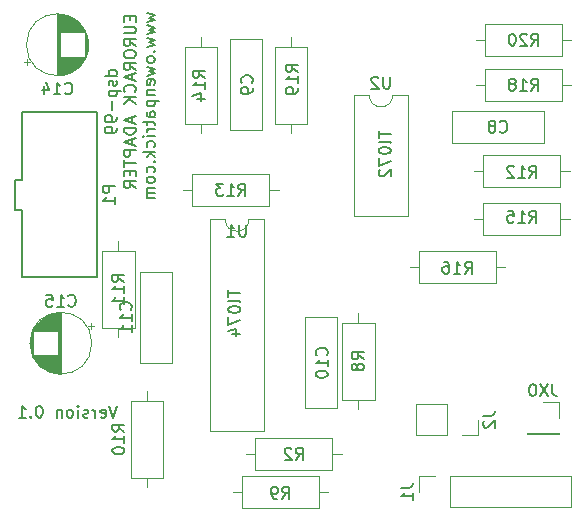
<source format=gbr>
%TF.GenerationSoftware,KiCad,Pcbnew,(6.0.8)*%
%TF.CreationDate,2022-12-02T09:59:36+00:00*%
%TF.ProjectId,DSP 1.0,44535020-312e-4302-9e6b-696361645f70,rev?*%
%TF.SameCoordinates,Original*%
%TF.FileFunction,Legend,Bot*%
%TF.FilePolarity,Positive*%
%FSLAX46Y46*%
G04 Gerber Fmt 4.6, Leading zero omitted, Abs format (unit mm)*
G04 Created by KiCad (PCBNEW (6.0.8)) date 2022-12-02 09:59:36*
%MOMM*%
%LPD*%
G01*
G04 APERTURE LIST*
%ADD10C,0.150000*%
%ADD11C,0.120000*%
G04 APERTURE END LIST*
D10*
X108457476Y-81748380D02*
X108124142Y-82748380D01*
X107790809Y-81748380D01*
X107076523Y-82700761D02*
X107171761Y-82748380D01*
X107362238Y-82748380D01*
X107457476Y-82700761D01*
X107505095Y-82605523D01*
X107505095Y-82224571D01*
X107457476Y-82129333D01*
X107362238Y-82081714D01*
X107171761Y-82081714D01*
X107076523Y-82129333D01*
X107028904Y-82224571D01*
X107028904Y-82319809D01*
X107505095Y-82415047D01*
X106600333Y-82748380D02*
X106600333Y-82081714D01*
X106600333Y-82272190D02*
X106552714Y-82176952D01*
X106505095Y-82129333D01*
X106409857Y-82081714D01*
X106314619Y-82081714D01*
X106028904Y-82700761D02*
X105933666Y-82748380D01*
X105743190Y-82748380D01*
X105647952Y-82700761D01*
X105600333Y-82605523D01*
X105600333Y-82557904D01*
X105647952Y-82462666D01*
X105743190Y-82415047D01*
X105886047Y-82415047D01*
X105981285Y-82367428D01*
X106028904Y-82272190D01*
X106028904Y-82224571D01*
X105981285Y-82129333D01*
X105886047Y-82081714D01*
X105743190Y-82081714D01*
X105647952Y-82129333D01*
X105171761Y-82748380D02*
X105171761Y-82081714D01*
X105171761Y-81748380D02*
X105219380Y-81796000D01*
X105171761Y-81843619D01*
X105124142Y-81796000D01*
X105171761Y-81748380D01*
X105171761Y-81843619D01*
X104552714Y-82748380D02*
X104647952Y-82700761D01*
X104695571Y-82653142D01*
X104743190Y-82557904D01*
X104743190Y-82272190D01*
X104695571Y-82176952D01*
X104647952Y-82129333D01*
X104552714Y-82081714D01*
X104409857Y-82081714D01*
X104314619Y-82129333D01*
X104267000Y-82176952D01*
X104219380Y-82272190D01*
X104219380Y-82557904D01*
X104267000Y-82653142D01*
X104314619Y-82700761D01*
X104409857Y-82748380D01*
X104552714Y-82748380D01*
X103790809Y-82081714D02*
X103790809Y-82748380D01*
X103790809Y-82176952D02*
X103743190Y-82129333D01*
X103647952Y-82081714D01*
X103505095Y-82081714D01*
X103409857Y-82129333D01*
X103362238Y-82224571D01*
X103362238Y-82748380D01*
X101933666Y-81748380D02*
X101838428Y-81748380D01*
X101743190Y-81796000D01*
X101695571Y-81843619D01*
X101647952Y-81938857D01*
X101600333Y-82129333D01*
X101600333Y-82367428D01*
X101647952Y-82557904D01*
X101695571Y-82653142D01*
X101743190Y-82700761D01*
X101838428Y-82748380D01*
X101933666Y-82748380D01*
X102028904Y-82700761D01*
X102076523Y-82653142D01*
X102124142Y-82557904D01*
X102171761Y-82367428D01*
X102171761Y-82129333D01*
X102124142Y-81938857D01*
X102076523Y-81843619D01*
X102028904Y-81796000D01*
X101933666Y-81748380D01*
X101171761Y-82653142D02*
X101124142Y-82700761D01*
X101171761Y-82748380D01*
X101219380Y-82700761D01*
X101171761Y-82653142D01*
X101171761Y-82748380D01*
X100171761Y-82748380D02*
X100743190Y-82748380D01*
X100457476Y-82748380D02*
X100457476Y-81748380D01*
X100552714Y-81891238D01*
X100647952Y-81986476D01*
X100743190Y-82034095D01*
X108443380Y-53792761D02*
X107443380Y-53792761D01*
X108395761Y-53792761D02*
X108443380Y-53697523D01*
X108443380Y-53507047D01*
X108395761Y-53411809D01*
X108348142Y-53364190D01*
X108252904Y-53316571D01*
X107967190Y-53316571D01*
X107871952Y-53364190D01*
X107824333Y-53411809D01*
X107776714Y-53507047D01*
X107776714Y-53697523D01*
X107824333Y-53792761D01*
X108395761Y-54221333D02*
X108443380Y-54316571D01*
X108443380Y-54507047D01*
X108395761Y-54602285D01*
X108300523Y-54649904D01*
X108252904Y-54649904D01*
X108157666Y-54602285D01*
X108110047Y-54507047D01*
X108110047Y-54364190D01*
X108062428Y-54268952D01*
X107967190Y-54221333D01*
X107919571Y-54221333D01*
X107824333Y-54268952D01*
X107776714Y-54364190D01*
X107776714Y-54507047D01*
X107824333Y-54602285D01*
X107776714Y-55078476D02*
X108776714Y-55078476D01*
X107824333Y-55078476D02*
X107776714Y-55173714D01*
X107776714Y-55364190D01*
X107824333Y-55459428D01*
X107871952Y-55507047D01*
X107967190Y-55554666D01*
X108252904Y-55554666D01*
X108348142Y-55507047D01*
X108395761Y-55459428D01*
X108443380Y-55364190D01*
X108443380Y-55173714D01*
X108395761Y-55078476D01*
X108062428Y-55983238D02*
X108062428Y-56745142D01*
X108443380Y-57268952D02*
X108443380Y-57459428D01*
X108395761Y-57554666D01*
X108348142Y-57602285D01*
X108205285Y-57697523D01*
X108014809Y-57745142D01*
X107633857Y-57745142D01*
X107538619Y-57697523D01*
X107491000Y-57649904D01*
X107443380Y-57554666D01*
X107443380Y-57364190D01*
X107491000Y-57268952D01*
X107538619Y-57221333D01*
X107633857Y-57173714D01*
X107871952Y-57173714D01*
X107967190Y-57221333D01*
X108014809Y-57268952D01*
X108062428Y-57364190D01*
X108062428Y-57554666D01*
X108014809Y-57649904D01*
X107967190Y-57697523D01*
X107871952Y-57745142D01*
X108443380Y-58221333D02*
X108443380Y-58411809D01*
X108395761Y-58507047D01*
X108348142Y-58554666D01*
X108205285Y-58649904D01*
X108014809Y-58697523D01*
X107633857Y-58697523D01*
X107538619Y-58649904D01*
X107491000Y-58602285D01*
X107443380Y-58507047D01*
X107443380Y-58316571D01*
X107491000Y-58221333D01*
X107538619Y-58173714D01*
X107633857Y-58126095D01*
X107871952Y-58126095D01*
X107967190Y-58173714D01*
X108014809Y-58221333D01*
X108062428Y-58316571D01*
X108062428Y-58507047D01*
X108014809Y-58602285D01*
X107967190Y-58649904D01*
X107871952Y-58697523D01*
X109529571Y-48745142D02*
X109529571Y-49078476D01*
X110053380Y-49221333D02*
X110053380Y-48745142D01*
X109053380Y-48745142D01*
X109053380Y-49221333D01*
X109053380Y-49649904D02*
X109862904Y-49649904D01*
X109958142Y-49697523D01*
X110005761Y-49745142D01*
X110053380Y-49840380D01*
X110053380Y-50030857D01*
X110005761Y-50126095D01*
X109958142Y-50173714D01*
X109862904Y-50221333D01*
X109053380Y-50221333D01*
X110053380Y-51268952D02*
X109577190Y-50935619D01*
X110053380Y-50697523D02*
X109053380Y-50697523D01*
X109053380Y-51078476D01*
X109101000Y-51173714D01*
X109148619Y-51221333D01*
X109243857Y-51268952D01*
X109386714Y-51268952D01*
X109481952Y-51221333D01*
X109529571Y-51173714D01*
X109577190Y-51078476D01*
X109577190Y-50697523D01*
X109053380Y-51888000D02*
X109053380Y-52078476D01*
X109101000Y-52173714D01*
X109196238Y-52268952D01*
X109386714Y-52316571D01*
X109720047Y-52316571D01*
X109910523Y-52268952D01*
X110005761Y-52173714D01*
X110053380Y-52078476D01*
X110053380Y-51888000D01*
X110005761Y-51792761D01*
X109910523Y-51697523D01*
X109720047Y-51649904D01*
X109386714Y-51649904D01*
X109196238Y-51697523D01*
X109101000Y-51792761D01*
X109053380Y-51888000D01*
X110053380Y-53316571D02*
X109577190Y-52983238D01*
X110053380Y-52745142D02*
X109053380Y-52745142D01*
X109053380Y-53126095D01*
X109101000Y-53221333D01*
X109148619Y-53268952D01*
X109243857Y-53316571D01*
X109386714Y-53316571D01*
X109481952Y-53268952D01*
X109529571Y-53221333D01*
X109577190Y-53126095D01*
X109577190Y-52745142D01*
X109767666Y-53697523D02*
X109767666Y-54173714D01*
X110053380Y-53602285D02*
X109053380Y-53935619D01*
X110053380Y-54268952D01*
X109958142Y-55173714D02*
X110005761Y-55126095D01*
X110053380Y-54983238D01*
X110053380Y-54888000D01*
X110005761Y-54745142D01*
X109910523Y-54649904D01*
X109815285Y-54602285D01*
X109624809Y-54554666D01*
X109481952Y-54554666D01*
X109291476Y-54602285D01*
X109196238Y-54649904D01*
X109101000Y-54745142D01*
X109053380Y-54888000D01*
X109053380Y-54983238D01*
X109101000Y-55126095D01*
X109148619Y-55173714D01*
X110053380Y-55602285D02*
X109053380Y-55602285D01*
X110053380Y-56173714D02*
X109481952Y-55745142D01*
X109053380Y-56173714D02*
X109624809Y-55602285D01*
X109767666Y-57316571D02*
X109767666Y-57792761D01*
X110053380Y-57221333D02*
X109053380Y-57554666D01*
X110053380Y-57888000D01*
X110053380Y-58221333D02*
X109053380Y-58221333D01*
X109053380Y-58459428D01*
X109101000Y-58602285D01*
X109196238Y-58697523D01*
X109291476Y-58745142D01*
X109481952Y-58792761D01*
X109624809Y-58792761D01*
X109815285Y-58745142D01*
X109910523Y-58697523D01*
X110005761Y-58602285D01*
X110053380Y-58459428D01*
X110053380Y-58221333D01*
X109767666Y-59173714D02*
X109767666Y-59649904D01*
X110053380Y-59078476D02*
X109053380Y-59411809D01*
X110053380Y-59745142D01*
X110053380Y-60078476D02*
X109053380Y-60078476D01*
X109053380Y-60459428D01*
X109101000Y-60554666D01*
X109148619Y-60602285D01*
X109243857Y-60649904D01*
X109386714Y-60649904D01*
X109481952Y-60602285D01*
X109529571Y-60554666D01*
X109577190Y-60459428D01*
X109577190Y-60078476D01*
X109053380Y-60935619D02*
X109053380Y-61507047D01*
X110053380Y-61221333D02*
X109053380Y-61221333D01*
X109529571Y-61840380D02*
X109529571Y-62173714D01*
X110053380Y-62316571D02*
X110053380Y-61840380D01*
X109053380Y-61840380D01*
X109053380Y-62316571D01*
X110053380Y-63316571D02*
X109577190Y-62983238D01*
X110053380Y-62745142D02*
X109053380Y-62745142D01*
X109053380Y-63126095D01*
X109101000Y-63221333D01*
X109148619Y-63268952D01*
X109243857Y-63316571D01*
X109386714Y-63316571D01*
X109481952Y-63268952D01*
X109529571Y-63221333D01*
X109577190Y-63126095D01*
X109577190Y-62745142D01*
X110996714Y-48507047D02*
X111663380Y-48697523D01*
X111187190Y-48888000D01*
X111663380Y-49078476D01*
X110996714Y-49268952D01*
X110996714Y-49554666D02*
X111663380Y-49745142D01*
X111187190Y-49935619D01*
X111663380Y-50126095D01*
X110996714Y-50316571D01*
X110996714Y-50602285D02*
X111663380Y-50792761D01*
X111187190Y-50983238D01*
X111663380Y-51173714D01*
X110996714Y-51364190D01*
X111568142Y-51745142D02*
X111615761Y-51792761D01*
X111663380Y-51745142D01*
X111615761Y-51697523D01*
X111568142Y-51745142D01*
X111663380Y-51745142D01*
X111663380Y-52364190D02*
X111615761Y-52268952D01*
X111568142Y-52221333D01*
X111472904Y-52173714D01*
X111187190Y-52173714D01*
X111091952Y-52221333D01*
X111044333Y-52268952D01*
X110996714Y-52364190D01*
X110996714Y-52507047D01*
X111044333Y-52602285D01*
X111091952Y-52649904D01*
X111187190Y-52697523D01*
X111472904Y-52697523D01*
X111568142Y-52649904D01*
X111615761Y-52602285D01*
X111663380Y-52507047D01*
X111663380Y-52364190D01*
X110996714Y-53030857D02*
X111663380Y-53221333D01*
X111187190Y-53411809D01*
X111663380Y-53602285D01*
X110996714Y-53792761D01*
X111615761Y-54554666D02*
X111663380Y-54459428D01*
X111663380Y-54268952D01*
X111615761Y-54173714D01*
X111520523Y-54126095D01*
X111139571Y-54126095D01*
X111044333Y-54173714D01*
X110996714Y-54268952D01*
X110996714Y-54459428D01*
X111044333Y-54554666D01*
X111139571Y-54602285D01*
X111234809Y-54602285D01*
X111330047Y-54126095D01*
X110996714Y-55030857D02*
X111663380Y-55030857D01*
X111091952Y-55030857D02*
X111044333Y-55078476D01*
X110996714Y-55173714D01*
X110996714Y-55316571D01*
X111044333Y-55411809D01*
X111139571Y-55459428D01*
X111663380Y-55459428D01*
X110996714Y-55935619D02*
X111996714Y-55935619D01*
X111044333Y-55935619D02*
X110996714Y-56030857D01*
X110996714Y-56221333D01*
X111044333Y-56316571D01*
X111091952Y-56364190D01*
X111187190Y-56411809D01*
X111472904Y-56411809D01*
X111568142Y-56364190D01*
X111615761Y-56316571D01*
X111663380Y-56221333D01*
X111663380Y-56030857D01*
X111615761Y-55935619D01*
X111663380Y-57268952D02*
X111139571Y-57268952D01*
X111044333Y-57221333D01*
X110996714Y-57126095D01*
X110996714Y-56935619D01*
X111044333Y-56840380D01*
X111615761Y-57268952D02*
X111663380Y-57173714D01*
X111663380Y-56935619D01*
X111615761Y-56840380D01*
X111520523Y-56792761D01*
X111425285Y-56792761D01*
X111330047Y-56840380D01*
X111282428Y-56935619D01*
X111282428Y-57173714D01*
X111234809Y-57268952D01*
X110996714Y-57602285D02*
X110996714Y-57983238D01*
X110663380Y-57745142D02*
X111520523Y-57745142D01*
X111615761Y-57792761D01*
X111663380Y-57888000D01*
X111663380Y-57983238D01*
X111663380Y-58316571D02*
X110996714Y-58316571D01*
X111187190Y-58316571D02*
X111091952Y-58364190D01*
X111044333Y-58411809D01*
X110996714Y-58507047D01*
X110996714Y-58602285D01*
X111663380Y-58935619D02*
X110996714Y-58935619D01*
X110663380Y-58935619D02*
X110711000Y-58888000D01*
X110758619Y-58935619D01*
X110711000Y-58983238D01*
X110663380Y-58935619D01*
X110758619Y-58935619D01*
X111615761Y-59840380D02*
X111663380Y-59745142D01*
X111663380Y-59554666D01*
X111615761Y-59459428D01*
X111568142Y-59411809D01*
X111472904Y-59364190D01*
X111187190Y-59364190D01*
X111091952Y-59411809D01*
X111044333Y-59459428D01*
X110996714Y-59554666D01*
X110996714Y-59745142D01*
X111044333Y-59840380D01*
X111663380Y-60268952D02*
X110663380Y-60268952D01*
X111282428Y-60364190D02*
X111663380Y-60649904D01*
X110996714Y-60649904D02*
X111377666Y-60268952D01*
X111568142Y-61078476D02*
X111615761Y-61126095D01*
X111663380Y-61078476D01*
X111615761Y-61030857D01*
X111568142Y-61078476D01*
X111663380Y-61078476D01*
X111615761Y-61983238D02*
X111663380Y-61888000D01*
X111663380Y-61697523D01*
X111615761Y-61602285D01*
X111568142Y-61554666D01*
X111472904Y-61507047D01*
X111187190Y-61507047D01*
X111091952Y-61554666D01*
X111044333Y-61602285D01*
X110996714Y-61697523D01*
X110996714Y-61888000D01*
X111044333Y-61983238D01*
X111663380Y-62554666D02*
X111615761Y-62459428D01*
X111568142Y-62411809D01*
X111472904Y-62364190D01*
X111187190Y-62364190D01*
X111091952Y-62411809D01*
X111044333Y-62459428D01*
X110996714Y-62554666D01*
X110996714Y-62697523D01*
X111044333Y-62792761D01*
X111091952Y-62840380D01*
X111187190Y-62888000D01*
X111472904Y-62888000D01*
X111568142Y-62840380D01*
X111615761Y-62792761D01*
X111663380Y-62697523D01*
X111663380Y-62554666D01*
X111663380Y-63316571D02*
X110996714Y-63316571D01*
X111091952Y-63316571D02*
X111044333Y-63364190D01*
X110996714Y-63459428D01*
X110996714Y-63602285D01*
X111044333Y-63697523D01*
X111139571Y-63745142D01*
X111663380Y-63745142D01*
X111139571Y-63745142D02*
X111044333Y-63792761D01*
X110996714Y-63888000D01*
X110996714Y-64030857D01*
X111044333Y-64126095D01*
X111139571Y-64173714D01*
X111663380Y-64173714D01*
X130643380Y-58475809D02*
X130643380Y-59047238D01*
X131643380Y-58761523D02*
X130643380Y-58761523D01*
X131643380Y-59523428D02*
X131595761Y-59428190D01*
X131500523Y-59380571D01*
X130643380Y-59380571D01*
X130643380Y-60094857D02*
X130643380Y-60190095D01*
X130691000Y-60285333D01*
X130738619Y-60332952D01*
X130833857Y-60380571D01*
X131024333Y-60428190D01*
X131262428Y-60428190D01*
X131452904Y-60380571D01*
X131548142Y-60332952D01*
X131595761Y-60285333D01*
X131643380Y-60190095D01*
X131643380Y-60094857D01*
X131595761Y-59999619D01*
X131548142Y-59952000D01*
X131452904Y-59904380D01*
X131262428Y-59856761D01*
X131024333Y-59856761D01*
X130833857Y-59904380D01*
X130738619Y-59952000D01*
X130691000Y-59999619D01*
X130643380Y-60094857D01*
X130643380Y-60761523D02*
X130643380Y-61428190D01*
X131643380Y-60999619D01*
X130738619Y-61761523D02*
X130691000Y-61809142D01*
X130643380Y-61904380D01*
X130643380Y-62142476D01*
X130691000Y-62237714D01*
X130738619Y-62285333D01*
X130833857Y-62332952D01*
X130929095Y-62332952D01*
X131071952Y-62285333D01*
X131643380Y-61713904D01*
X131643380Y-62332952D01*
X117900380Y-71937809D02*
X117900380Y-72509238D01*
X118900380Y-72223523D02*
X117900380Y-72223523D01*
X118900380Y-72985428D02*
X118852761Y-72890190D01*
X118757523Y-72842571D01*
X117900380Y-72842571D01*
X117900380Y-73556857D02*
X117900380Y-73652095D01*
X117948000Y-73747333D01*
X117995619Y-73794952D01*
X118090857Y-73842571D01*
X118281333Y-73890190D01*
X118519428Y-73890190D01*
X118709904Y-73842571D01*
X118805142Y-73794952D01*
X118852761Y-73747333D01*
X118900380Y-73652095D01*
X118900380Y-73556857D01*
X118852761Y-73461619D01*
X118805142Y-73414000D01*
X118709904Y-73366380D01*
X118519428Y-73318761D01*
X118281333Y-73318761D01*
X118090857Y-73366380D01*
X117995619Y-73414000D01*
X117948000Y-73461619D01*
X117900380Y-73556857D01*
X117900380Y-74223523D02*
X117900380Y-74890190D01*
X118900380Y-74461619D01*
X118233714Y-75699714D02*
X118900380Y-75699714D01*
X117852761Y-75461619D02*
X118567047Y-75223523D01*
X118567047Y-75842571D01*
%TO.C,C15*%
X104356970Y-73255142D02*
X104404589Y-73302761D01*
X104547446Y-73350380D01*
X104642684Y-73350380D01*
X104785541Y-73302761D01*
X104880779Y-73207523D01*
X104928398Y-73112285D01*
X104976017Y-72921809D01*
X104976017Y-72778952D01*
X104928398Y-72588476D01*
X104880779Y-72493238D01*
X104785541Y-72398000D01*
X104642684Y-72350380D01*
X104547446Y-72350380D01*
X104404589Y-72398000D01*
X104356970Y-72445619D01*
X103404589Y-73350380D02*
X103976017Y-73350380D01*
X103690303Y-73350380D02*
X103690303Y-72350380D01*
X103785541Y-72493238D01*
X103880779Y-72588476D01*
X103976017Y-72636095D01*
X102499827Y-72350380D02*
X102976017Y-72350380D01*
X103023636Y-72826571D01*
X102976017Y-72778952D01*
X102880779Y-72731333D01*
X102642684Y-72731333D01*
X102547446Y-72778952D01*
X102499827Y-72826571D01*
X102452208Y-72921809D01*
X102452208Y-73159904D01*
X102499827Y-73255142D01*
X102547446Y-73302761D01*
X102642684Y-73350380D01*
X102880779Y-73350380D01*
X102976017Y-73302761D01*
X103023636Y-73255142D01*
%TO.C,C9*%
X119864142Y-54403333D02*
X119911761Y-54355714D01*
X119959380Y-54212857D01*
X119959380Y-54117619D01*
X119911761Y-53974761D01*
X119816523Y-53879523D01*
X119721285Y-53831904D01*
X119530809Y-53784285D01*
X119387952Y-53784285D01*
X119197476Y-53831904D01*
X119102238Y-53879523D01*
X119007000Y-53974761D01*
X118959380Y-54117619D01*
X118959380Y-54212857D01*
X119007000Y-54355714D01*
X119054619Y-54403333D01*
X119959380Y-54879523D02*
X119959380Y-55070000D01*
X119911761Y-55165238D01*
X119864142Y-55212857D01*
X119721285Y-55308095D01*
X119530809Y-55355714D01*
X119149857Y-55355714D01*
X119054619Y-55308095D01*
X119007000Y-55260476D01*
X118959380Y-55165238D01*
X118959380Y-54974761D01*
X119007000Y-54879523D01*
X119054619Y-54831904D01*
X119149857Y-54784285D01*
X119387952Y-54784285D01*
X119483190Y-54831904D01*
X119530809Y-54879523D01*
X119578428Y-54974761D01*
X119578428Y-55165238D01*
X119530809Y-55260476D01*
X119483190Y-55308095D01*
X119387952Y-55355714D01*
%TO.C,C10*%
X126214142Y-77462142D02*
X126261761Y-77414523D01*
X126309380Y-77271666D01*
X126309380Y-77176428D01*
X126261761Y-77033571D01*
X126166523Y-76938333D01*
X126071285Y-76890714D01*
X125880809Y-76843095D01*
X125737952Y-76843095D01*
X125547476Y-76890714D01*
X125452238Y-76938333D01*
X125357000Y-77033571D01*
X125309380Y-77176428D01*
X125309380Y-77271666D01*
X125357000Y-77414523D01*
X125404619Y-77462142D01*
X126309380Y-78414523D02*
X126309380Y-77843095D01*
X126309380Y-78128809D02*
X125309380Y-78128809D01*
X125452238Y-78033571D01*
X125547476Y-77938333D01*
X125595095Y-77843095D01*
X125309380Y-79033571D02*
X125309380Y-79128809D01*
X125357000Y-79224047D01*
X125404619Y-79271666D01*
X125499857Y-79319285D01*
X125690333Y-79366904D01*
X125928428Y-79366904D01*
X126118904Y-79319285D01*
X126214142Y-79271666D01*
X126261761Y-79224047D01*
X126309380Y-79128809D01*
X126309380Y-79033571D01*
X126261761Y-78938333D01*
X126214142Y-78890714D01*
X126118904Y-78843095D01*
X125928428Y-78795476D01*
X125690333Y-78795476D01*
X125499857Y-78843095D01*
X125404619Y-78890714D01*
X125357000Y-78938333D01*
X125309380Y-79033571D01*
%TO.C,R18*%
X143551357Y-55062380D02*
X143884690Y-54586190D01*
X144122785Y-55062380D02*
X144122785Y-54062380D01*
X143741833Y-54062380D01*
X143646595Y-54110000D01*
X143598976Y-54157619D01*
X143551357Y-54252857D01*
X143551357Y-54395714D01*
X143598976Y-54490952D01*
X143646595Y-54538571D01*
X143741833Y-54586190D01*
X144122785Y-54586190D01*
X142598976Y-55062380D02*
X143170404Y-55062380D01*
X142884690Y-55062380D02*
X142884690Y-54062380D01*
X142979928Y-54205238D01*
X143075166Y-54300476D01*
X143170404Y-54348095D01*
X142027547Y-54490952D02*
X142122785Y-54443333D01*
X142170404Y-54395714D01*
X142218023Y-54300476D01*
X142218023Y-54252857D01*
X142170404Y-54157619D01*
X142122785Y-54110000D01*
X142027547Y-54062380D01*
X141837071Y-54062380D01*
X141741833Y-54110000D01*
X141694214Y-54157619D01*
X141646595Y-54252857D01*
X141646595Y-54300476D01*
X141694214Y-54395714D01*
X141741833Y-54443333D01*
X141837071Y-54490952D01*
X142027547Y-54490952D01*
X142122785Y-54538571D01*
X142170404Y-54586190D01*
X142218023Y-54681428D01*
X142218023Y-54871904D01*
X142170404Y-54967142D01*
X142122785Y-55014761D01*
X142027547Y-55062380D01*
X141837071Y-55062380D01*
X141741833Y-55014761D01*
X141694214Y-54967142D01*
X141646595Y-54871904D01*
X141646595Y-54681428D01*
X141694214Y-54586190D01*
X141741833Y-54538571D01*
X141837071Y-54490952D01*
%TO.C,R10*%
X109080380Y-83939142D02*
X108604190Y-83605809D01*
X109080380Y-83367714D02*
X108080380Y-83367714D01*
X108080380Y-83748666D01*
X108128000Y-83843904D01*
X108175619Y-83891523D01*
X108270857Y-83939142D01*
X108413714Y-83939142D01*
X108508952Y-83891523D01*
X108556571Y-83843904D01*
X108604190Y-83748666D01*
X108604190Y-83367714D01*
X109080380Y-84891523D02*
X109080380Y-84320095D01*
X109080380Y-84605809D02*
X108080380Y-84605809D01*
X108223238Y-84510571D01*
X108318476Y-84415333D01*
X108366095Y-84320095D01*
X108080380Y-85510571D02*
X108080380Y-85605809D01*
X108128000Y-85701047D01*
X108175619Y-85748666D01*
X108270857Y-85796285D01*
X108461333Y-85843904D01*
X108699428Y-85843904D01*
X108889904Y-85796285D01*
X108985142Y-85748666D01*
X109032761Y-85701047D01*
X109080380Y-85605809D01*
X109080380Y-85510571D01*
X109032761Y-85415333D01*
X108985142Y-85367714D01*
X108889904Y-85320095D01*
X108699428Y-85272476D01*
X108461333Y-85272476D01*
X108270857Y-85320095D01*
X108175619Y-85367714D01*
X108128000Y-85415333D01*
X108080380Y-85510571D01*
%TO.C,R9*%
X122467666Y-89606380D02*
X122801000Y-89130190D01*
X123039095Y-89606380D02*
X123039095Y-88606380D01*
X122658142Y-88606380D01*
X122562904Y-88654000D01*
X122515285Y-88701619D01*
X122467666Y-88796857D01*
X122467666Y-88939714D01*
X122515285Y-89034952D01*
X122562904Y-89082571D01*
X122658142Y-89130190D01*
X123039095Y-89130190D01*
X121991476Y-89606380D02*
X121801000Y-89606380D01*
X121705761Y-89558761D01*
X121658142Y-89511142D01*
X121562904Y-89368285D01*
X121515285Y-89177809D01*
X121515285Y-88796857D01*
X121562904Y-88701619D01*
X121610523Y-88654000D01*
X121705761Y-88606380D01*
X121896238Y-88606380D01*
X121991476Y-88654000D01*
X122039095Y-88701619D01*
X122086714Y-88796857D01*
X122086714Y-89034952D01*
X122039095Y-89130190D01*
X121991476Y-89177809D01*
X121896238Y-89225428D01*
X121705761Y-89225428D01*
X121610523Y-89177809D01*
X121562904Y-89130190D01*
X121515285Y-89034952D01*
%TO.C,R14*%
X115895380Y-53967142D02*
X115419190Y-53633809D01*
X115895380Y-53395714D02*
X114895380Y-53395714D01*
X114895380Y-53776666D01*
X114943000Y-53871904D01*
X114990619Y-53919523D01*
X115085857Y-53967142D01*
X115228714Y-53967142D01*
X115323952Y-53919523D01*
X115371571Y-53871904D01*
X115419190Y-53776666D01*
X115419190Y-53395714D01*
X115895380Y-54919523D02*
X115895380Y-54348095D01*
X115895380Y-54633809D02*
X114895380Y-54633809D01*
X115038238Y-54538571D01*
X115133476Y-54443333D01*
X115181095Y-54348095D01*
X115228714Y-55776666D02*
X115895380Y-55776666D01*
X114847761Y-55538571D02*
X115562047Y-55300476D01*
X115562047Y-55919523D01*
%TO.C,P1*%
X108275380Y-63142904D02*
X107275380Y-63142904D01*
X107275380Y-63523857D01*
X107323000Y-63619095D01*
X107370619Y-63666714D01*
X107465857Y-63714333D01*
X107608714Y-63714333D01*
X107703952Y-63666714D01*
X107751571Y-63619095D01*
X107799190Y-63523857D01*
X107799190Y-63142904D01*
X108275380Y-64666714D02*
X108275380Y-64095285D01*
X108275380Y-64381000D02*
X107275380Y-64381000D01*
X107418238Y-64285761D01*
X107513476Y-64190523D01*
X107561095Y-64095285D01*
%TO.C,R20*%
X143551357Y-51252380D02*
X143884690Y-50776190D01*
X144122785Y-51252380D02*
X144122785Y-50252380D01*
X143741833Y-50252380D01*
X143646595Y-50300000D01*
X143598976Y-50347619D01*
X143551357Y-50442857D01*
X143551357Y-50585714D01*
X143598976Y-50680952D01*
X143646595Y-50728571D01*
X143741833Y-50776190D01*
X144122785Y-50776190D01*
X143170404Y-50347619D02*
X143122785Y-50300000D01*
X143027547Y-50252380D01*
X142789452Y-50252380D01*
X142694214Y-50300000D01*
X142646595Y-50347619D01*
X142598976Y-50442857D01*
X142598976Y-50538095D01*
X142646595Y-50680952D01*
X143218023Y-51252380D01*
X142598976Y-51252380D01*
X141979928Y-50252380D02*
X141884690Y-50252380D01*
X141789452Y-50300000D01*
X141741833Y-50347619D01*
X141694214Y-50442857D01*
X141646595Y-50633333D01*
X141646595Y-50871428D01*
X141694214Y-51061904D01*
X141741833Y-51157142D01*
X141789452Y-51204761D01*
X141884690Y-51252380D01*
X141979928Y-51252380D01*
X142075166Y-51204761D01*
X142122785Y-51157142D01*
X142170404Y-51061904D01*
X142218023Y-50871428D01*
X142218023Y-50633333D01*
X142170404Y-50442857D01*
X142122785Y-50347619D01*
X142075166Y-50300000D01*
X141979928Y-50252380D01*
%TO.C,J2*%
X139455380Y-82597666D02*
X140169666Y-82597666D01*
X140312523Y-82550047D01*
X140407761Y-82454809D01*
X140455380Y-82311952D01*
X140455380Y-82216714D01*
X139550619Y-83026238D02*
X139503000Y-83073857D01*
X139455380Y-83169095D01*
X139455380Y-83407190D01*
X139503000Y-83502428D01*
X139550619Y-83550047D01*
X139645857Y-83597666D01*
X139741095Y-83597666D01*
X139883952Y-83550047D01*
X140455380Y-82978619D01*
X140455380Y-83597666D01*
%TO.C,C8*%
X140882666Y-58523142D02*
X140930285Y-58570761D01*
X141073142Y-58618380D01*
X141168380Y-58618380D01*
X141311238Y-58570761D01*
X141406476Y-58475523D01*
X141454095Y-58380285D01*
X141501714Y-58189809D01*
X141501714Y-58046952D01*
X141454095Y-57856476D01*
X141406476Y-57761238D01*
X141311238Y-57666000D01*
X141168380Y-57618380D01*
X141073142Y-57618380D01*
X140930285Y-57666000D01*
X140882666Y-57713619D01*
X140311238Y-58046952D02*
X140406476Y-57999333D01*
X140454095Y-57951714D01*
X140501714Y-57856476D01*
X140501714Y-57808857D01*
X140454095Y-57713619D01*
X140406476Y-57666000D01*
X140311238Y-57618380D01*
X140120761Y-57618380D01*
X140025523Y-57666000D01*
X139977904Y-57713619D01*
X139930285Y-57808857D01*
X139930285Y-57856476D01*
X139977904Y-57951714D01*
X140025523Y-57999333D01*
X140120761Y-58046952D01*
X140311238Y-58046952D01*
X140406476Y-58094571D01*
X140454095Y-58142190D01*
X140501714Y-58237428D01*
X140501714Y-58427904D01*
X140454095Y-58523142D01*
X140406476Y-58570761D01*
X140311238Y-58618380D01*
X140120761Y-58618380D01*
X140025523Y-58570761D01*
X139977904Y-58523142D01*
X139930285Y-58427904D01*
X139930285Y-58237428D01*
X139977904Y-58142190D01*
X140025523Y-58094571D01*
X140120761Y-58046952D01*
%TO.C,JX0*%
X145335523Y-79926380D02*
X145335523Y-80640666D01*
X145383142Y-80783523D01*
X145478380Y-80878761D01*
X145621238Y-80926380D01*
X145716476Y-80926380D01*
X144954571Y-79926380D02*
X144287904Y-80926380D01*
X144287904Y-79926380D02*
X144954571Y-80926380D01*
X143716476Y-79926380D02*
X143621238Y-79926380D01*
X143526000Y-79974000D01*
X143478380Y-80021619D01*
X143430761Y-80116857D01*
X143383142Y-80307333D01*
X143383142Y-80545428D01*
X143430761Y-80735904D01*
X143478380Y-80831142D01*
X143526000Y-80878761D01*
X143621238Y-80926380D01*
X143716476Y-80926380D01*
X143811714Y-80878761D01*
X143859333Y-80831142D01*
X143906952Y-80735904D01*
X143954571Y-80545428D01*
X143954571Y-80307333D01*
X143906952Y-80116857D01*
X143859333Y-80021619D01*
X143811714Y-79974000D01*
X143716476Y-79926380D01*
%TO.C,R8*%
X129357380Y-77811333D02*
X128881190Y-77478000D01*
X129357380Y-77239904D02*
X128357380Y-77239904D01*
X128357380Y-77620857D01*
X128405000Y-77716095D01*
X128452619Y-77763714D01*
X128547857Y-77811333D01*
X128690714Y-77811333D01*
X128785952Y-77763714D01*
X128833571Y-77716095D01*
X128881190Y-77620857D01*
X128881190Y-77239904D01*
X128785952Y-78382761D02*
X128738333Y-78287523D01*
X128690714Y-78239904D01*
X128595476Y-78192285D01*
X128547857Y-78192285D01*
X128452619Y-78239904D01*
X128405000Y-78287523D01*
X128357380Y-78382761D01*
X128357380Y-78573238D01*
X128405000Y-78668476D01*
X128452619Y-78716095D01*
X128547857Y-78763714D01*
X128595476Y-78763714D01*
X128690714Y-78716095D01*
X128738333Y-78668476D01*
X128785952Y-78573238D01*
X128785952Y-78382761D01*
X128833571Y-78287523D01*
X128881190Y-78239904D01*
X128976428Y-78192285D01*
X129166904Y-78192285D01*
X129262142Y-78239904D01*
X129309761Y-78287523D01*
X129357380Y-78382761D01*
X129357380Y-78573238D01*
X129309761Y-78668476D01*
X129262142Y-78716095D01*
X129166904Y-78763714D01*
X128976428Y-78763714D01*
X128881190Y-78716095D01*
X128833571Y-78668476D01*
X128785952Y-78573238D01*
%TO.C,R16*%
X137929857Y-70556380D02*
X138263190Y-70080190D01*
X138501285Y-70556380D02*
X138501285Y-69556380D01*
X138120333Y-69556380D01*
X138025095Y-69604000D01*
X137977476Y-69651619D01*
X137929857Y-69746857D01*
X137929857Y-69889714D01*
X137977476Y-69984952D01*
X138025095Y-70032571D01*
X138120333Y-70080190D01*
X138501285Y-70080190D01*
X136977476Y-70556380D02*
X137548904Y-70556380D01*
X137263190Y-70556380D02*
X137263190Y-69556380D01*
X137358428Y-69699238D01*
X137453666Y-69794476D01*
X137548904Y-69842095D01*
X136120333Y-69556380D02*
X136310809Y-69556380D01*
X136406047Y-69604000D01*
X136453666Y-69651619D01*
X136548904Y-69794476D01*
X136596523Y-69984952D01*
X136596523Y-70365904D01*
X136548904Y-70461142D01*
X136501285Y-70508761D01*
X136406047Y-70556380D01*
X136215571Y-70556380D01*
X136120333Y-70508761D01*
X136072714Y-70461142D01*
X136025095Y-70365904D01*
X136025095Y-70127809D01*
X136072714Y-70032571D01*
X136120333Y-69984952D01*
X136215571Y-69937333D01*
X136406047Y-69937333D01*
X136501285Y-69984952D01*
X136548904Y-70032571D01*
X136596523Y-70127809D01*
%TO.C,R12*%
X143390857Y-62428380D02*
X143724190Y-61952190D01*
X143962285Y-62428380D02*
X143962285Y-61428380D01*
X143581333Y-61428380D01*
X143486095Y-61476000D01*
X143438476Y-61523619D01*
X143390857Y-61618857D01*
X143390857Y-61761714D01*
X143438476Y-61856952D01*
X143486095Y-61904571D01*
X143581333Y-61952190D01*
X143962285Y-61952190D01*
X142438476Y-62428380D02*
X143009904Y-62428380D01*
X142724190Y-62428380D02*
X142724190Y-61428380D01*
X142819428Y-61571238D01*
X142914666Y-61666476D01*
X143009904Y-61714095D01*
X142057523Y-61523619D02*
X142009904Y-61476000D01*
X141914666Y-61428380D01*
X141676571Y-61428380D01*
X141581333Y-61476000D01*
X141533714Y-61523619D01*
X141486095Y-61618857D01*
X141486095Y-61714095D01*
X141533714Y-61856952D01*
X142105142Y-62428380D01*
X141486095Y-62428380D01*
%TO.C,C11*%
X109617142Y-73612142D02*
X109664761Y-73564523D01*
X109712380Y-73421666D01*
X109712380Y-73326428D01*
X109664761Y-73183571D01*
X109569523Y-73088333D01*
X109474285Y-73040714D01*
X109283809Y-72993095D01*
X109140952Y-72993095D01*
X108950476Y-73040714D01*
X108855238Y-73088333D01*
X108760000Y-73183571D01*
X108712380Y-73326428D01*
X108712380Y-73421666D01*
X108760000Y-73564523D01*
X108807619Y-73612142D01*
X109712380Y-74564523D02*
X109712380Y-73993095D01*
X109712380Y-74278809D02*
X108712380Y-74278809D01*
X108855238Y-74183571D01*
X108950476Y-74088333D01*
X108998095Y-73993095D01*
X109712380Y-75516904D02*
X109712380Y-74945476D01*
X109712380Y-75231190D02*
X108712380Y-75231190D01*
X108855238Y-75135952D01*
X108950476Y-75040714D01*
X108998095Y-74945476D01*
%TO.C,U1*%
X119394904Y-66427380D02*
X119394904Y-67236904D01*
X119347285Y-67332142D01*
X119299666Y-67379761D01*
X119204428Y-67427380D01*
X119013952Y-67427380D01*
X118918714Y-67379761D01*
X118871095Y-67332142D01*
X118823476Y-67236904D01*
X118823476Y-66427380D01*
X117823476Y-67427380D02*
X118394904Y-67427380D01*
X118109190Y-67427380D02*
X118109190Y-66427380D01*
X118204428Y-66570238D01*
X118299666Y-66665476D01*
X118394904Y-66713095D01*
%TO.C,R2*%
X123610666Y-86304380D02*
X123944000Y-85828190D01*
X124182095Y-86304380D02*
X124182095Y-85304380D01*
X123801142Y-85304380D01*
X123705904Y-85352000D01*
X123658285Y-85399619D01*
X123610666Y-85494857D01*
X123610666Y-85637714D01*
X123658285Y-85732952D01*
X123705904Y-85780571D01*
X123801142Y-85828190D01*
X124182095Y-85828190D01*
X123229714Y-85399619D02*
X123182095Y-85352000D01*
X123086857Y-85304380D01*
X122848761Y-85304380D01*
X122753523Y-85352000D01*
X122705904Y-85399619D01*
X122658285Y-85494857D01*
X122658285Y-85590095D01*
X122705904Y-85732952D01*
X123277333Y-86304380D01*
X122658285Y-86304380D01*
%TO.C,U2*%
X131586904Y-53897380D02*
X131586904Y-54706904D01*
X131539285Y-54802142D01*
X131491666Y-54849761D01*
X131396428Y-54897380D01*
X131205952Y-54897380D01*
X131110714Y-54849761D01*
X131063095Y-54802142D01*
X131015476Y-54706904D01*
X131015476Y-53897380D01*
X130586904Y-53992619D02*
X130539285Y-53945000D01*
X130444047Y-53897380D01*
X130205952Y-53897380D01*
X130110714Y-53945000D01*
X130063095Y-53992619D01*
X130015476Y-54087857D01*
X130015476Y-54183095D01*
X130063095Y-54325952D01*
X130634523Y-54897380D01*
X130015476Y-54897380D01*
%TO.C,R15*%
X143390857Y-66238380D02*
X143724190Y-65762190D01*
X143962285Y-66238380D02*
X143962285Y-65238380D01*
X143581333Y-65238380D01*
X143486095Y-65286000D01*
X143438476Y-65333619D01*
X143390857Y-65428857D01*
X143390857Y-65571714D01*
X143438476Y-65666952D01*
X143486095Y-65714571D01*
X143581333Y-65762190D01*
X143962285Y-65762190D01*
X142438476Y-66238380D02*
X143009904Y-66238380D01*
X142724190Y-66238380D02*
X142724190Y-65238380D01*
X142819428Y-65381238D01*
X142914666Y-65476476D01*
X143009904Y-65524095D01*
X141533714Y-65238380D02*
X142009904Y-65238380D01*
X142057523Y-65714571D01*
X142009904Y-65666952D01*
X141914666Y-65619333D01*
X141676571Y-65619333D01*
X141581333Y-65666952D01*
X141533714Y-65714571D01*
X141486095Y-65809809D01*
X141486095Y-66047904D01*
X141533714Y-66143142D01*
X141581333Y-66190761D01*
X141676571Y-66238380D01*
X141914666Y-66238380D01*
X142009904Y-66190761D01*
X142057523Y-66143142D01*
%TO.C,J1*%
X132509380Y-88693666D02*
X133223666Y-88693666D01*
X133366523Y-88646047D01*
X133461761Y-88550809D01*
X133509380Y-88407952D01*
X133509380Y-88312714D01*
X133509380Y-89693666D02*
X133509380Y-89122238D01*
X133509380Y-89407952D02*
X132509380Y-89407952D01*
X132652238Y-89312714D01*
X132747476Y-89217476D01*
X132795095Y-89122238D01*
%TO.C,R13*%
X118752857Y-63952380D02*
X119086190Y-63476190D01*
X119324285Y-63952380D02*
X119324285Y-62952380D01*
X118943333Y-62952380D01*
X118848095Y-63000000D01*
X118800476Y-63047619D01*
X118752857Y-63142857D01*
X118752857Y-63285714D01*
X118800476Y-63380952D01*
X118848095Y-63428571D01*
X118943333Y-63476190D01*
X119324285Y-63476190D01*
X117800476Y-63952380D02*
X118371904Y-63952380D01*
X118086190Y-63952380D02*
X118086190Y-62952380D01*
X118181428Y-63095238D01*
X118276666Y-63190476D01*
X118371904Y-63238095D01*
X117467142Y-62952380D02*
X116848095Y-62952380D01*
X117181428Y-63333333D01*
X117038571Y-63333333D01*
X116943333Y-63380952D01*
X116895714Y-63428571D01*
X116848095Y-63523809D01*
X116848095Y-63761904D01*
X116895714Y-63857142D01*
X116943333Y-63904761D01*
X117038571Y-63952380D01*
X117324285Y-63952380D01*
X117419523Y-63904761D01*
X117467142Y-63857142D01*
%TO.C,R11*%
X109037380Y-71239142D02*
X108561190Y-70905809D01*
X109037380Y-70667714D02*
X108037380Y-70667714D01*
X108037380Y-71048666D01*
X108085000Y-71143904D01*
X108132619Y-71191523D01*
X108227857Y-71239142D01*
X108370714Y-71239142D01*
X108465952Y-71191523D01*
X108513571Y-71143904D01*
X108561190Y-71048666D01*
X108561190Y-70667714D01*
X109037380Y-72191523D02*
X109037380Y-71620095D01*
X109037380Y-71905809D02*
X108037380Y-71905809D01*
X108180238Y-71810571D01*
X108275476Y-71715333D01*
X108323095Y-71620095D01*
X109037380Y-73143904D02*
X109037380Y-72572476D01*
X109037380Y-72858190D02*
X108037380Y-72858190D01*
X108180238Y-72762952D01*
X108275476Y-72667714D01*
X108323095Y-72572476D01*
%TO.C,R19*%
X123769380Y-53459142D02*
X123293190Y-53125809D01*
X123769380Y-52887714D02*
X122769380Y-52887714D01*
X122769380Y-53268666D01*
X122817000Y-53363904D01*
X122864619Y-53411523D01*
X122959857Y-53459142D01*
X123102714Y-53459142D01*
X123197952Y-53411523D01*
X123245571Y-53363904D01*
X123293190Y-53268666D01*
X123293190Y-52887714D01*
X123769380Y-54411523D02*
X123769380Y-53840095D01*
X123769380Y-54125809D02*
X122769380Y-54125809D01*
X122912238Y-54030571D01*
X123007476Y-53935333D01*
X123055095Y-53840095D01*
X123769380Y-54887714D02*
X123769380Y-55078190D01*
X123721761Y-55173428D01*
X123674142Y-55221047D01*
X123531285Y-55316285D01*
X123340809Y-55363904D01*
X122959857Y-55363904D01*
X122864619Y-55316285D01*
X122817000Y-55268666D01*
X122769380Y-55173428D01*
X122769380Y-54982952D01*
X122817000Y-54887714D01*
X122864619Y-54840095D01*
X122959857Y-54792476D01*
X123197952Y-54792476D01*
X123293190Y-54840095D01*
X123340809Y-54887714D01*
X123388428Y-54982952D01*
X123388428Y-55173428D01*
X123340809Y-55268666D01*
X123293190Y-55316285D01*
X123197952Y-55363904D01*
%TO.C,C14*%
X104065745Y-55288142D02*
X104113364Y-55335761D01*
X104256221Y-55383380D01*
X104351459Y-55383380D01*
X104494316Y-55335761D01*
X104589554Y-55240523D01*
X104637173Y-55145285D01*
X104684792Y-54954809D01*
X104684792Y-54811952D01*
X104637173Y-54621476D01*
X104589554Y-54526238D01*
X104494316Y-54431000D01*
X104351459Y-54383380D01*
X104256221Y-54383380D01*
X104113364Y-54431000D01*
X104065745Y-54478619D01*
X103113364Y-55383380D02*
X103684792Y-55383380D01*
X103399078Y-55383380D02*
X103399078Y-54383380D01*
X103494316Y-54526238D01*
X103589554Y-54621476D01*
X103684792Y-54669095D01*
X102256221Y-54716714D02*
X102256221Y-55383380D01*
X102494316Y-54335761D02*
X102732411Y-55050047D01*
X102113364Y-55050047D01*
D11*
%TO.C,C15*%
X101993113Y-74517000D02*
X101993113Y-75414000D01*
X102033113Y-77494000D02*
X102033113Y-78425000D01*
X102753113Y-74056000D02*
X102753113Y-75414000D01*
X101113113Y-76170000D02*
X101113113Y-76738000D01*
X101673113Y-74849000D02*
X101673113Y-75414000D01*
X101153113Y-75936000D02*
X101153113Y-76972000D01*
X102913113Y-73999000D02*
X102913113Y-75414000D01*
X102513113Y-74164000D02*
X102513113Y-75414000D01*
X101953113Y-74553000D02*
X101953113Y-75414000D01*
X103474113Y-77494000D02*
X103474113Y-79023000D01*
X102273113Y-74305000D02*
X102273113Y-75414000D01*
X101713113Y-77494000D02*
X101713113Y-78107000D01*
X103074113Y-73953000D02*
X103074113Y-75414000D01*
X102393113Y-74230000D02*
X102393113Y-75414000D01*
X102833113Y-77494000D02*
X102833113Y-78882000D01*
X101473113Y-77494000D02*
X101473113Y-77773000D01*
X102753113Y-77494000D02*
X102753113Y-78852000D01*
X103194113Y-77494000D02*
X103194113Y-78982000D01*
X103234113Y-77494000D02*
X103234113Y-78990000D01*
X103394113Y-73893000D02*
X103394113Y-75414000D01*
X102633113Y-77494000D02*
X102633113Y-78802000D01*
X103314113Y-73904000D02*
X103314113Y-75414000D01*
X102473113Y-77494000D02*
X102473113Y-78722000D01*
X102113113Y-77494000D02*
X102113113Y-78489000D01*
X102793113Y-74040000D02*
X102793113Y-75414000D01*
X101473113Y-75135000D02*
X101473113Y-75414000D01*
X101873113Y-74628000D02*
X101873113Y-75414000D01*
X103114113Y-73943000D02*
X103114113Y-75414000D01*
X101193113Y-75777000D02*
X101193113Y-77131000D01*
X102353113Y-77494000D02*
X102353113Y-78654000D01*
X102793113Y-77494000D02*
X102793113Y-78868000D01*
X102153113Y-74389000D02*
X102153113Y-75414000D01*
X102153113Y-77494000D02*
X102153113Y-78519000D01*
X101993113Y-77494000D02*
X101993113Y-78391000D01*
X102953113Y-73986000D02*
X102953113Y-75414000D01*
X101873113Y-77494000D02*
X101873113Y-78280000D01*
X102713113Y-74072000D02*
X102713113Y-75414000D01*
X103594113Y-73876000D02*
X103594113Y-79032000D01*
X102073113Y-74450000D02*
X102073113Y-75414000D01*
X102193113Y-74359000D02*
X102193113Y-75414000D01*
X103714113Y-73874000D02*
X103714113Y-79034000D01*
X101913113Y-77494000D02*
X101913113Y-78318000D01*
X103514113Y-73881000D02*
X103514113Y-79027000D01*
X102913113Y-77494000D02*
X102913113Y-78909000D01*
X102593113Y-74125000D02*
X102593113Y-75414000D01*
X101393113Y-75276000D02*
X101393113Y-77632000D01*
X102073113Y-77494000D02*
X102073113Y-78458000D01*
X102513113Y-77494000D02*
X102513113Y-78744000D01*
X102633113Y-74106000D02*
X102633113Y-75414000D01*
X101753113Y-77494000D02*
X101753113Y-78153000D01*
X101913113Y-74590000D02*
X101913113Y-75414000D01*
X102673113Y-77494000D02*
X102673113Y-78819000D01*
X102993113Y-77494000D02*
X102993113Y-78934000D01*
X102713113Y-77494000D02*
X102713113Y-78836000D01*
X102473113Y-74186000D02*
X102473113Y-75414000D01*
X103554113Y-73878000D02*
X103554113Y-79030000D01*
X103154113Y-73934000D02*
X103154113Y-75414000D01*
X101633113Y-77494000D02*
X101633113Y-78008000D01*
X102993113Y-73974000D02*
X102993113Y-75414000D01*
X101953113Y-77494000D02*
X101953113Y-78355000D01*
X103234113Y-73918000D02*
X103234113Y-75414000D01*
X101513113Y-75071000D02*
X101513113Y-75414000D01*
X101793113Y-74711000D02*
X101793113Y-75414000D01*
X103354113Y-77494000D02*
X103354113Y-79010000D01*
X103034113Y-73963000D02*
X103034113Y-75414000D01*
X103154113Y-77494000D02*
X103154113Y-78974000D01*
X101793113Y-77494000D02*
X101793113Y-78197000D01*
X101713113Y-74801000D02*
X101713113Y-75414000D01*
X103394113Y-77494000D02*
X103394113Y-79015000D01*
X101353113Y-75356000D02*
X101353113Y-77552000D01*
X103114113Y-77494000D02*
X103114113Y-78965000D01*
X103314113Y-77494000D02*
X103314113Y-79004000D01*
X102553113Y-74144000D02*
X102553113Y-75414000D01*
X103434113Y-73889000D02*
X103434113Y-75414000D01*
X102433113Y-74207000D02*
X102433113Y-75414000D01*
X103634113Y-73875000D02*
X103634113Y-79033000D01*
X101513113Y-77494000D02*
X101513113Y-77837000D01*
X101593113Y-74954000D02*
X101593113Y-75414000D01*
X106518888Y-74979000D02*
X106018888Y-74979000D01*
X102233113Y-77494000D02*
X102233113Y-78576000D01*
X103274113Y-77494000D02*
X103274113Y-78997000D01*
X101313113Y-75443000D02*
X101313113Y-77465000D01*
X101553113Y-75011000D02*
X101553113Y-75414000D01*
X102113113Y-74419000D02*
X102113113Y-75414000D01*
X102313113Y-77494000D02*
X102313113Y-78629000D01*
X103674113Y-73874000D02*
X103674113Y-79034000D01*
X102593113Y-77494000D02*
X102593113Y-78783000D01*
X102673113Y-74089000D02*
X102673113Y-75414000D01*
X101433113Y-77494000D02*
X101433113Y-77705000D01*
X103434113Y-77494000D02*
X103434113Y-79019000D01*
X101753113Y-74755000D02*
X101753113Y-75414000D01*
X103194113Y-73926000D02*
X103194113Y-75414000D01*
X101673113Y-77494000D02*
X101673113Y-78059000D01*
X102233113Y-74332000D02*
X102233113Y-75414000D01*
X101233113Y-75649000D02*
X101233113Y-77259000D01*
X101433113Y-75203000D02*
X101433113Y-75414000D01*
X102553113Y-77494000D02*
X102553113Y-78764000D01*
X103474113Y-73885000D02*
X103474113Y-75414000D01*
X101633113Y-74900000D02*
X101633113Y-75414000D01*
X102193113Y-77494000D02*
X102193113Y-78549000D01*
X101273113Y-75539000D02*
X101273113Y-77369000D01*
X103274113Y-73911000D02*
X103274113Y-75414000D01*
X101833113Y-77494000D02*
X101833113Y-78239000D01*
X102353113Y-74254000D02*
X102353113Y-75414000D01*
X102433113Y-77494000D02*
X102433113Y-78701000D01*
X102953113Y-77494000D02*
X102953113Y-78922000D01*
X101833113Y-74669000D02*
X101833113Y-75414000D01*
X103074113Y-77494000D02*
X103074113Y-78955000D01*
X102273113Y-77494000D02*
X102273113Y-78603000D01*
X102313113Y-74279000D02*
X102313113Y-75414000D01*
X106268888Y-74729000D02*
X106268888Y-75229000D01*
X103354113Y-73898000D02*
X103354113Y-75414000D01*
X102873113Y-74012000D02*
X102873113Y-75414000D01*
X102033113Y-74483000D02*
X102033113Y-75414000D01*
X103034113Y-77494000D02*
X103034113Y-78945000D01*
X101593113Y-77494000D02*
X101593113Y-77954000D01*
X101553113Y-77494000D02*
X101553113Y-77897000D01*
X102873113Y-77494000D02*
X102873113Y-78896000D01*
X102833113Y-74026000D02*
X102833113Y-75414000D01*
X102393113Y-77494000D02*
X102393113Y-78678000D01*
X106334113Y-76454000D02*
G75*
G03*
X106334113Y-76454000I-2620000J0D01*
G01*
%TO.C,C9*%
X120750000Y-58440000D02*
X118010000Y-58440000D01*
X120750000Y-58440000D02*
X120750000Y-50700000D01*
X120750000Y-50700000D02*
X118010000Y-50700000D01*
X118010000Y-58440000D02*
X118010000Y-50700000D01*
%TO.C,C10*%
X127100000Y-81975000D02*
X127100000Y-74235000D01*
X124360000Y-81975000D02*
X124360000Y-74235000D01*
X127100000Y-74235000D02*
X124360000Y-74235000D01*
X127100000Y-81975000D02*
X124360000Y-81975000D01*
%TO.C,R18*%
X139638500Y-55980000D02*
X139638500Y-53240000D01*
X146178500Y-55980000D02*
X139638500Y-55980000D01*
X146948500Y-54610000D02*
X146178500Y-54610000D01*
X138868500Y-54610000D02*
X139638500Y-54610000D01*
X146178500Y-53240000D02*
X146178500Y-55980000D01*
X139638500Y-53240000D02*
X146178500Y-53240000D01*
%TO.C,R10*%
X109628000Y-87852000D02*
X109628000Y-81312000D01*
X112368000Y-81312000D02*
X112368000Y-87852000D01*
X109628000Y-81312000D02*
X112368000Y-81312000D01*
X110998000Y-80542000D02*
X110998000Y-81312000D01*
X112368000Y-87852000D02*
X109628000Y-87852000D01*
X110998000Y-88622000D02*
X110998000Y-87852000D01*
%TO.C,R9*%
X119031000Y-90397000D02*
X119031000Y-87657000D01*
X119031000Y-87657000D02*
X125571000Y-87657000D01*
X118261000Y-89027000D02*
X119031000Y-89027000D01*
X126341000Y-89027000D02*
X125571000Y-89027000D01*
X125571000Y-87657000D02*
X125571000Y-90397000D01*
X125571000Y-90397000D02*
X119031000Y-90397000D01*
%TO.C,R14*%
X114200000Y-57880000D02*
X114200000Y-51340000D01*
X115570000Y-50570000D02*
X115570000Y-51340000D01*
X116940000Y-57880000D02*
X114200000Y-57880000D01*
X114200000Y-51340000D02*
X116940000Y-51340000D01*
X116940000Y-51340000D02*
X116940000Y-57880000D01*
X115570000Y-58650000D02*
X115570000Y-57880000D01*
D10*
%TO.C,P1*%
X100457000Y-70866000D02*
X100457000Y-65151000D01*
X106807000Y-56896000D02*
X106807000Y-70866000D01*
X100457000Y-62611000D02*
X99822000Y-62611000D01*
X106807000Y-70866000D02*
X100457000Y-70866000D01*
X99822000Y-65151000D02*
X100457000Y-65151000D01*
X99822000Y-62611000D02*
X99822000Y-65151000D01*
X100457000Y-56896000D02*
X106807000Y-56896000D01*
X100457000Y-62611000D02*
X100457000Y-56896000D01*
D11*
%TO.C,R20*%
X146948500Y-50800000D02*
X146178500Y-50800000D01*
X146178500Y-52170000D02*
X139638500Y-52170000D01*
X146178500Y-49430000D02*
X146178500Y-52170000D01*
X139638500Y-52170000D02*
X139638500Y-49430000D01*
X139638500Y-49430000D02*
X146178500Y-49430000D01*
X138868500Y-50800000D02*
X139638500Y-50800000D01*
%TO.C,J2*%
X136403000Y-84261000D02*
X136403000Y-81601000D01*
X136403000Y-81601000D02*
X133803000Y-81601000D01*
X136403000Y-84261000D02*
X133803000Y-84261000D01*
X133803000Y-84261000D02*
X133803000Y-81601000D01*
X137673000Y-84261000D02*
X139003000Y-84261000D01*
X139003000Y-84261000D02*
X139003000Y-82931000D01*
%TO.C,C8*%
X136846000Y-56796000D02*
X144586000Y-56796000D01*
X144586000Y-59536000D02*
X144586000Y-56796000D01*
X136846000Y-59536000D02*
X144586000Y-59536000D01*
X136846000Y-59536000D02*
X136846000Y-56796000D01*
%TO.C,JX0*%
X145856000Y-84074000D02*
X143196000Y-84074000D01*
X145856000Y-84074000D02*
X145856000Y-84134000D01*
X145856000Y-81474000D02*
X144526000Y-81474000D01*
X143196000Y-84074000D02*
X143196000Y-84134000D01*
X145856000Y-84134000D02*
X143196000Y-84134000D01*
X145856000Y-82804000D02*
X145856000Y-81474000D01*
%TO.C,R8*%
X127535000Y-81248000D02*
X127535000Y-74708000D01*
X130275000Y-74708000D02*
X130275000Y-81248000D01*
X127535000Y-74708000D02*
X130275000Y-74708000D01*
X128905000Y-73938000D02*
X128905000Y-74708000D01*
X130275000Y-81248000D02*
X127535000Y-81248000D01*
X128905000Y-82018000D02*
X128905000Y-81248000D01*
%TO.C,R16*%
X141327000Y-69977000D02*
X140557000Y-69977000D01*
X140557000Y-68607000D02*
X140557000Y-71347000D01*
X134017000Y-71347000D02*
X134017000Y-68607000D01*
X140557000Y-71347000D02*
X134017000Y-71347000D01*
X133247000Y-69977000D02*
X134017000Y-69977000D01*
X134017000Y-68607000D02*
X140557000Y-68607000D01*
%TO.C,R12*%
X138708000Y-61849000D02*
X139478000Y-61849000D01*
X139478000Y-60479000D02*
X146018000Y-60479000D01*
X146788000Y-61849000D02*
X146018000Y-61849000D01*
X139478000Y-63219000D02*
X139478000Y-60479000D01*
X146018000Y-63219000D02*
X139478000Y-63219000D01*
X146018000Y-60479000D02*
X146018000Y-63219000D01*
%TO.C,C11*%
X110390000Y-78125000D02*
X113130000Y-78125000D01*
X110390000Y-70385000D02*
X113130000Y-70385000D01*
X113130000Y-70385000D02*
X113130000Y-78125000D01*
X110390000Y-70385000D02*
X110390000Y-78125000D01*
%TO.C,U1*%
X120883000Y-83875000D02*
X116383000Y-83875000D01*
X116383000Y-83875000D02*
X116383000Y-65975000D01*
X116383000Y-65975000D02*
X117633000Y-65975000D01*
X119633000Y-65975000D02*
X120883000Y-65975000D01*
X120883000Y-65975000D02*
X120883000Y-83875000D01*
X117633000Y-65975000D02*
G75*
G03*
X119633000Y-65975000I1000000J0D01*
G01*
%TO.C,R2*%
X120174000Y-84482000D02*
X126714000Y-84482000D01*
X126714000Y-84482000D02*
X126714000Y-87222000D01*
X126714000Y-87222000D02*
X120174000Y-87222000D01*
X119404000Y-85852000D02*
X120174000Y-85852000D01*
X127484000Y-85852000D02*
X126714000Y-85852000D01*
X120174000Y-87222000D02*
X120174000Y-84482000D01*
%TO.C,U2*%
X128575000Y-65725000D02*
X128575000Y-55445000D01*
X133075000Y-65725000D02*
X128575000Y-65725000D01*
X128575000Y-55445000D02*
X129825000Y-55445000D01*
X133075000Y-55445000D02*
X133075000Y-65725000D01*
X131825000Y-55445000D02*
X133075000Y-55445000D01*
X129825000Y-55445000D02*
G75*
G03*
X131825000Y-55445000I1000000J0D01*
G01*
%TO.C,R15*%
X138708000Y-65913000D02*
X139478000Y-65913000D01*
X139478000Y-67283000D02*
X139478000Y-64543000D01*
X146018000Y-67283000D02*
X139478000Y-67283000D01*
X146018000Y-64543000D02*
X146018000Y-67283000D01*
X139478000Y-64543000D02*
X146018000Y-64543000D01*
X146788000Y-65913000D02*
X146018000Y-65913000D01*
%TO.C,J1*%
X136657000Y-87697000D02*
X136657000Y-90357000D01*
X146877000Y-87697000D02*
X146877000Y-90357000D01*
X135387000Y-87697000D02*
X134057000Y-87697000D01*
X134057000Y-87697000D02*
X134057000Y-89027000D01*
X136657000Y-87697000D02*
X146877000Y-87697000D01*
X136657000Y-90357000D02*
X146877000Y-90357000D01*
%TO.C,R13*%
X121380000Y-64870000D02*
X114840000Y-64870000D01*
X114840000Y-64870000D02*
X114840000Y-62130000D01*
X122150000Y-63500000D02*
X121380000Y-63500000D01*
X121380000Y-62130000D02*
X121380000Y-64870000D01*
X114070000Y-63500000D02*
X114840000Y-63500000D01*
X114840000Y-62130000D02*
X121380000Y-62130000D01*
%TO.C,R11*%
X108585000Y-67842000D02*
X108585000Y-68612000D01*
X107215000Y-75152000D02*
X107215000Y-68612000D01*
X109955000Y-68612000D02*
X109955000Y-75152000D01*
X108585000Y-75922000D02*
X108585000Y-75152000D01*
X109955000Y-75152000D02*
X107215000Y-75152000D01*
X107215000Y-68612000D02*
X109955000Y-68612000D01*
%TO.C,R19*%
X124560000Y-51340000D02*
X124560000Y-57880000D01*
X121820000Y-51340000D02*
X124560000Y-51340000D01*
X123190000Y-58650000D02*
X123190000Y-57880000D01*
X124560000Y-57880000D02*
X121820000Y-57880000D01*
X123190000Y-50570000D02*
X123190000Y-51340000D01*
X121820000Y-57880000D02*
X121820000Y-51340000D01*
%TO.C,C14*%
X104423888Y-53563000D02*
X104423888Y-52221000D01*
X104583888Y-53491000D02*
X104583888Y-52221000D01*
X104143888Y-50141000D02*
X104143888Y-48701000D01*
X103862888Y-50141000D02*
X103862888Y-48638000D01*
X103582888Y-53757000D02*
X103582888Y-48605000D01*
X105023888Y-53216000D02*
X105023888Y-52221000D01*
X105543888Y-52681000D02*
X105543888Y-52221000D01*
X105943888Y-51858000D02*
X105943888Y-50504000D01*
X105423888Y-50141000D02*
X105423888Y-49528000D01*
X104062888Y-50141000D02*
X104062888Y-48680000D01*
X103542888Y-53759000D02*
X103542888Y-48603000D01*
X104183888Y-50141000D02*
X104183888Y-48713000D01*
X104102888Y-50141000D02*
X104102888Y-48690000D01*
X103862888Y-53724000D02*
X103862888Y-52221000D01*
X105103888Y-53152000D02*
X105103888Y-52221000D01*
X104943888Y-50141000D02*
X104943888Y-49086000D01*
X105463888Y-50141000D02*
X105463888Y-49576000D01*
X104903888Y-53303000D02*
X104903888Y-52221000D01*
X104343888Y-50141000D02*
X104343888Y-48767000D01*
X104303888Y-53609000D02*
X104303888Y-52221000D01*
X103822888Y-53731000D02*
X103822888Y-52221000D01*
X104503888Y-53529000D02*
X104503888Y-52221000D01*
X104503888Y-50141000D02*
X104503888Y-48833000D01*
X103942888Y-50141000D02*
X103942888Y-48653000D01*
X103942888Y-53709000D02*
X103942888Y-52221000D01*
X104623888Y-50141000D02*
X104623888Y-48891000D01*
X103742888Y-53742000D02*
X103742888Y-52221000D01*
X103982888Y-50141000D02*
X103982888Y-48661000D01*
X104663888Y-53449000D02*
X104663888Y-52221000D01*
X105863888Y-52096000D02*
X105863888Y-50266000D01*
X104102888Y-53672000D02*
X104102888Y-52221000D01*
X104743888Y-53405000D02*
X104743888Y-52221000D01*
X103622888Y-53754000D02*
X103622888Y-48608000D01*
X103822888Y-50141000D02*
X103822888Y-48631000D01*
X104983888Y-50141000D02*
X104983888Y-49116000D01*
X103702888Y-53746000D02*
X103702888Y-52221000D01*
X104022888Y-50141000D02*
X104022888Y-48670000D01*
X104423888Y-50141000D02*
X104423888Y-48799000D01*
X104143888Y-53661000D02*
X104143888Y-52221000D01*
X104263888Y-53623000D02*
X104263888Y-52221000D01*
X105303888Y-50141000D02*
X105303888Y-49396000D01*
X105463888Y-52786000D02*
X105463888Y-52221000D01*
X104783888Y-53381000D02*
X104783888Y-52221000D01*
X104583888Y-50141000D02*
X104583888Y-48871000D01*
X105303888Y-52966000D02*
X105303888Y-52221000D01*
X103462888Y-53761000D02*
X103462888Y-48601000D01*
X104823888Y-50141000D02*
X104823888Y-49006000D01*
X105583888Y-52624000D02*
X105583888Y-52221000D01*
X104983888Y-53246000D02*
X104983888Y-52221000D01*
X105623888Y-50141000D02*
X105623888Y-49798000D01*
X104022888Y-53692000D02*
X104022888Y-52221000D01*
X105183888Y-53082000D02*
X105183888Y-52221000D01*
X105743888Y-52359000D02*
X105743888Y-50003000D01*
X105423888Y-52834000D02*
X105423888Y-52221000D01*
X104863888Y-53330000D02*
X104863888Y-52221000D01*
X103782888Y-53737000D02*
X103782888Y-52221000D01*
X105663888Y-50141000D02*
X105663888Y-49862000D01*
X103662888Y-50141000D02*
X103662888Y-48612000D01*
X104543888Y-53510000D02*
X104543888Y-52221000D01*
X103982888Y-53701000D02*
X103982888Y-52221000D01*
X103742888Y-50141000D02*
X103742888Y-48620000D01*
X104703888Y-50141000D02*
X104703888Y-48934000D01*
X104062888Y-53682000D02*
X104062888Y-52221000D01*
X103662888Y-53750000D02*
X103662888Y-52221000D01*
X105663888Y-52500000D02*
X105663888Y-52221000D01*
X104663888Y-50141000D02*
X104663888Y-48913000D01*
X105503888Y-52735000D02*
X105503888Y-52221000D01*
X103902888Y-50141000D02*
X103902888Y-48645000D01*
X104383888Y-50141000D02*
X104383888Y-48783000D01*
X104463888Y-53546000D02*
X104463888Y-52221000D01*
X104823888Y-53356000D02*
X104823888Y-52221000D01*
X104223888Y-50141000D02*
X104223888Y-48726000D01*
X105583888Y-50141000D02*
X105583888Y-49738000D01*
X105063888Y-50141000D02*
X105063888Y-49177000D01*
X105023888Y-50141000D02*
X105023888Y-49146000D01*
X105903888Y-51986000D02*
X105903888Y-50376000D01*
X104183888Y-53649000D02*
X104183888Y-52221000D01*
X104303888Y-50141000D02*
X104303888Y-48753000D01*
X105543888Y-50141000D02*
X105543888Y-49681000D01*
X100618113Y-52656000D02*
X101118113Y-52656000D01*
X104703888Y-53428000D02*
X104703888Y-52221000D01*
X105263888Y-50141000D02*
X105263888Y-49355000D01*
X105703888Y-50141000D02*
X105703888Y-49930000D01*
X105223888Y-53045000D02*
X105223888Y-52221000D01*
X104623888Y-53471000D02*
X104623888Y-52221000D01*
X105183888Y-50141000D02*
X105183888Y-49280000D01*
X104943888Y-53276000D02*
X104943888Y-52221000D01*
X105383888Y-50141000D02*
X105383888Y-49482000D01*
X105343888Y-52924000D02*
X105343888Y-52221000D01*
X104463888Y-50141000D02*
X104463888Y-48816000D01*
X106023888Y-51465000D02*
X106023888Y-50897000D01*
X104903888Y-50141000D02*
X104903888Y-49059000D01*
X105823888Y-52192000D02*
X105823888Y-50170000D01*
X104863888Y-50141000D02*
X104863888Y-49032000D01*
X105223888Y-50141000D02*
X105223888Y-49317000D01*
X104263888Y-50141000D02*
X104263888Y-48739000D01*
X100868113Y-52906000D02*
X100868113Y-52406000D01*
X103502888Y-53760000D02*
X103502888Y-48602000D01*
X104223888Y-53636000D02*
X104223888Y-52221000D01*
X104743888Y-50141000D02*
X104743888Y-48957000D01*
X105143888Y-50141000D02*
X105143888Y-49244000D01*
X103902888Y-53717000D02*
X103902888Y-52221000D01*
X104783888Y-50141000D02*
X104783888Y-48981000D01*
X105983888Y-51699000D02*
X105983888Y-50663000D01*
X105623888Y-52564000D02*
X105623888Y-52221000D01*
X103422888Y-53761000D02*
X103422888Y-48601000D01*
X104383888Y-53579000D02*
X104383888Y-52221000D01*
X105063888Y-53185000D02*
X105063888Y-52221000D01*
X105383888Y-52880000D02*
X105383888Y-52221000D01*
X105783888Y-52279000D02*
X105783888Y-50083000D01*
X105263888Y-53007000D02*
X105263888Y-52221000D01*
X105703888Y-52432000D02*
X105703888Y-52221000D01*
X103782888Y-50141000D02*
X103782888Y-48625000D01*
X105343888Y-50141000D02*
X105343888Y-49438000D01*
X105103888Y-50141000D02*
X105103888Y-49210000D01*
X104343888Y-53595000D02*
X104343888Y-52221000D01*
X105143888Y-53118000D02*
X105143888Y-52221000D01*
X104543888Y-50141000D02*
X104543888Y-48852000D01*
X103702888Y-50141000D02*
X103702888Y-48616000D01*
X105503888Y-50141000D02*
X105503888Y-49627000D01*
X106042888Y-51181000D02*
G75*
G03*
X106042888Y-51181000I-2620000J0D01*
G01*
%TD*%
M02*

</source>
